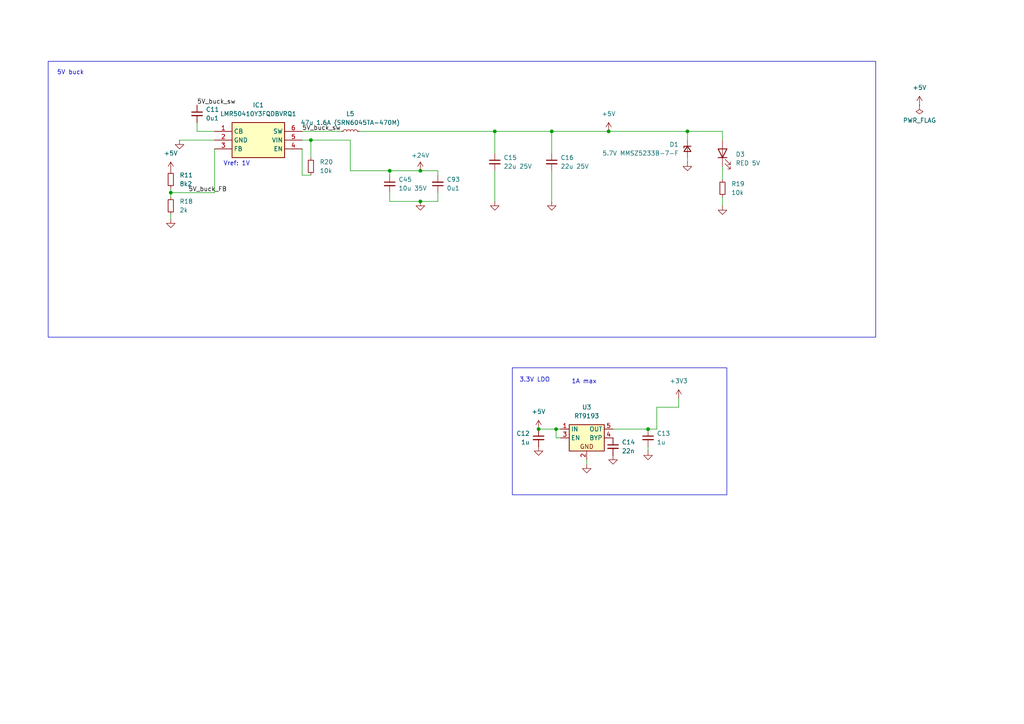
<source format=kicad_sch>
(kicad_sch (version 20231120) (generator "eeschema") (generator_version "8.0")
  (paper "A4")
  (title_block (title "IMU DIY") (date "2025-05-09") (rev "1.2") (company "NTURacing") (comment 1 "郭哲明 Jack Kuo") (comment 2 "Electrical group"))
  (lib_symbols
    (symbol "Device:C_Small" (pin_numbers hide) (pin_names (offset 0.254) hide)
      (property "Reference" "C" (at 0.254 1.778 0))
      (property "Value" "C_Small" (at 0.254 -2.032 0))
      (symbol "C_Small_0_1"
        (polyline (pts (xy -1.524 -0.508) (xy 1.524 -0.508)) (stroke (width 0.3302)))
        (polyline (pts (xy -1.524 0.508) (xy 1.524 0.508)) (stroke (width 0.3048)))
      )
      (symbol "C_Small_1_1"
        (pin passive line (at 0 2.54 270) (length 2.032) (name "~") (number "1"))
        (pin passive line (at 0 -2.54 90) (length 2.032) (name "~") (number "2"))
      )
    )
    (symbol "Device:D_Zener_Small" (pin_numbers hide) (pin_names (offset 0.254) hide)
      (property "Reference" "D" (at 0 2.286 0))
      (property "Value" "D_Zener_Small" (at 0 -2.286 0))
      (symbol "D_Zener_Small_0_1"
        (polyline (pts (xy 0.762 0) (xy -0.762 0)))
        (polyline (pts (xy -0.254 1.016) (xy -0.762 1.016) (xy -0.762 -1.016)) (stroke (width 0.254)))
        (polyline (pts (xy 0.762 1.016) (xy -0.762 0) (xy 0.762 -1.016) (xy 0.762 1.016)) (stroke (width 0.254)))
      )
      (symbol "D_Zener_Small_1_1"
        (pin passive line (at -2.54 0 0) (length 1.778) (name "K") (number "1"))
        (pin passive line (at 2.54 0 180) (length 1.778) (name "A") (number "2"))
      )
    )
    (symbol "Device:LED" (pin_numbers hide) (pin_names (offset 1.016) hide)
      (property "Reference" "D" (at 0 2.54 0))
      (property "Value" "LED" (at 0 -2.54 0))
      (symbol "LED_0_1"
        (polyline (pts (xy -1.27 -1.27) (xy -1.27 1.27)) (stroke (width 0.254)))
        (polyline (pts (xy -1.27 0) (xy 1.27 0)))
        (polyline (pts (xy 1.27 -1.27) (xy 1.27 1.27) (xy -1.27 0) (xy 1.27 -1.27)) (stroke (width 0.254)))
        (polyline (pts (xy -3.048 -0.762) (xy -4.572 -2.286) (xy -3.81 -2.286) (xy -4.572 -2.286) (xy -4.572 -1.524)))
        (polyline (pts (xy -1.778 -0.762) (xy -3.302 -2.286) (xy -2.54 -2.286) (xy -3.302 -2.286) (xy -3.302 -1.524)))
      )
      (symbol "LED_1_1"
        (pin passive line (at -3.81 0 0) (length 2.54) (name "K") (number "1"))
        (pin passive line (at 3.81 0 180) (length 2.54) (name "A") (number "2"))
      )
    )
    (symbol "Device:L_Small" (pin_numbers hide) (pin_names (offset 0.254) hide)
      (property "Reference" "L" (at 0.762 1.016 0))
      (property "Value" "L_Small" (at 0.762 -1.016 0))
      (symbol "L_Small_0_1"
        (arc (start 0 -2.032) (mid 0.5058 -1.524) (end 0 -1.016))
        (arc (start 0 -1.016) (mid 0.5058 -0.508) (end 0 0))
        (arc (start 0 0) (mid 0.5058 0.508) (end 0 1.016))
        (arc (start 0 1.016) (mid 0.5058 1.524) (end 0 2.032))
      )
      (symbol "L_Small_1_1"
        (pin passive line (at 0 2.54 270) (length 0.508) (name "~") (number "1"))
        (pin passive line (at 0 -2.54 90) (length 0.508) (name "~") (number "2"))
      )
    )
    (symbol "Device:R_Small" (pin_numbers hide) (pin_names (offset 0.254) hide)
      (property "Reference" "R" (at 0.762 0.508 0))
      (property "Value" "R_Small" (at 0.762 -1.016 0))
      (symbol "R_Small_0_1"
        (rectangle (start -0.762 1.778) (end 0.762 -1.778) (stroke (width 0.2032)))
      )
      (symbol "R_Small_1_1"
        (pin passive line (at 0 2.54 270) (length 0.762) (name "~") (number "1"))
        (pin passive line (at 0 -2.54 90) (length 0.762) (name "~") (number "2"))
      )
    )
    (symbol "PCM_Voltage_Regulator_AKL:AP2210K-3.3TRG1"
      (property "Reference" "U" (at 0 8.89 0))
      (property "Value" "AP2210K-3.3TRG1" (at 0 6.35 0))
      (symbol "AP2210K-3.3TRG1_0_0"
        (rectangle (start -5.08 3.81) (end 5.08 -3.81) (stroke (width 0.254)) (fill (type background)))
        (text "GND" (at 0 -2.54 0) (effects (font (size 1.27 1.27))))
      )
      (symbol "AP2210K-3.3TRG1_1_1"
        (pin power_in line (at -7.62 2.54 0) (length 2.54) (name "IN") (number "1"))
        (pin power_in line (at 0 -6.35 90) (length 2.54) (name "~") (number "2"))
        (pin input line (at -7.62 0 0) (length 2.54) (name "EN") (number "3"))
        (pin passive line (at 7.62 0 180) (length 2.54) (name "BYP") (number "4"))
        (pin power_out line (at 7.62 2.54 180) (length 2.54) (name "OUT") (number "5"))
      )
    )
    (symbol "SamacSys_Parts:LMR50410Y3FQDBVRQ1"
      (property "Reference" "IC" (at 21.59 7.62 0))
      (property "Value" "LMR50410Y3FQDBVRQ1" (at 21.59 5.08 0))
      (symbol "LMR50410Y3FQDBVRQ1_1_1"
        (rectangle (start 5.08 2.54) (end 20.32 -7.62) (stroke (width 0.254)) (fill (type background)))
        (pin passive line (at 0 0 0) (length 5.08) (name "CB") (number "1"))
        (pin passive line (at 0 -2.54 0) (length 5.08) (name "GND") (number "2"))
        (pin passive line (at 0 -5.08 0) (length 5.08) (name "FB") (number "3"))
        (pin passive line (at 25.4 -5.08 180) (length 5.08) (name "EN") (number "4"))
        (pin passive line (at 25.4 -2.54 180) (length 5.08) (name "VIN") (number "5"))
        (pin passive line (at 25.4 0 180) (length 5.08) (name "SW") (number "6"))
      )
    )
    (symbol "power:+24V" (power) (pin_numbers hide) (pin_names (offset 0) hide)
      (property "Value" "+24V" (at 0 3.556 0))
      (symbol "+24V_0_1"
        (polyline (pts (xy -0.762 1.27) (xy 0 2.54)))
        (polyline (pts (xy 0 0) (xy 0 2.54)))
        (polyline (pts (xy 0 2.54) (xy 0.762 1.27)))
      )
      (symbol "+24V_1_1"
        (pin power_in line (at 0 0 90) (length 0) (name "~") (number "1"))
      )
    )
    (symbol "power:+3V3" (power) (pin_numbers hide) (pin_names (offset 0) hide)
      (property "Value" "+3V3" (at 0 3.556 0))
      (symbol "+3V3_0_1"
        (polyline (pts (xy -0.762 1.27) (xy 0 2.54)))
        (polyline (pts (xy 0 0) (xy 0 2.54)))
        (polyline (pts (xy 0 2.54) (xy 0.762 1.27)))
      )
      (symbol "+3V3_1_1"
        (pin power_in line (at 0 0 90) (length 0) (name "~") (number "1"))
      )
    )
    (symbol "power:+5V" (power) (pin_numbers hide) (pin_names (offset 0) hide)
      (property "Value" "+5V" (at 0 3.556 0))
      (symbol "+5V_0_1"
        (polyline (pts (xy -0.762 1.27) (xy 0 2.54)))
        (polyline (pts (xy 0 0) (xy 0 2.54)))
        (polyline (pts (xy 0 2.54) (xy 0.762 1.27)))
      )
      (symbol "+5V_1_1"
        (pin power_in line (at 0 0 90) (length 0) (name "~") (number "1"))
      )
    )
    (symbol "power:GND" (power) (pin_numbers hide) (pin_names (offset 0) hide)
      (property "Value" "GND" (at 0 -3.81 0))
      (symbol "GND_0_1"
        (polyline (pts (xy 0 0) (xy 0 -1.27) (xy 1.27 -1.27) (xy 0 -2.54) (xy -1.27 -1.27) (xy 0 -1.27)))
      )
      (symbol "GND_1_1"
        (pin power_in line (at 0 0 270) (length 0) (name "~") (number "1"))
      )
    )
    (symbol "power:PWR_FLAG" (power) (pin_numbers hide) (pin_names (offset 0) hide)
      (property "Value" "PWR_FLAG" (at 0 3.81 0))
      (symbol "PWR_FLAG_0_0"
        (pin power_out line (at 0 0 90) (length 0) (name "~") (number "1"))
      )
      (symbol "PWR_FLAG_0_1"
        (polyline (pts (xy 0 0) (xy 0 1.27) (xy -1.016 1.905) (xy 0 2.54) (xy 1.016 1.905) (xy 0 1.27)))
      )
    )
  )
  (junction (at 49.53 55.88))
  (junction (at 160.02 38.1))
  (junction (at 161.29 124.46))
  (junction (at 90.17 40.64))
  (junction (at 156.21 124.46))
  (junction (at 199.39 38.1))
  (junction (at 121.92 58.42))
  (junction (at 187.96 124.46))
  (junction (at 176.53 38.1))
  (junction (at 143.51 38.1))
  (junction (at 113.03 49.53))
  (junction (at 121.92 49.53))
  (wire (pts (xy 113.03 58.42) (xy 113.03 55.88)))
  (wire (pts (xy 170.18 134.62) (xy 170.18 133.35)))
  (wire (pts (xy 87.63 50.8) (xy 90.17 50.8)))
  (wire (pts (xy 199.39 46.99) (xy 199.39 45.72)))
  (wire (pts (xy 62.23 43.18) (xy 62.23 55.88)))
  (wire (pts (xy 87.63 43.18) (xy 87.63 50.8)))
  (wire (pts (xy 49.53 63.5) (xy 49.53 62.23)))
  (wire (pts (xy 190.5 124.46) (xy 187.96 124.46)))
  (wire (pts (xy 162.56 127) (xy 161.29 127)))
  (wire (pts (xy 113.03 58.42) (xy 121.92 58.42)))
  (wire (pts (xy 52.07 40.64) (xy 62.23 40.64)))
  (wire (pts (xy 160.02 38.1) (xy 176.53 38.1)))
  (wire (pts (xy 209.55 59.69) (xy 209.55 57.15)))
  (wire (pts (xy 196.85 115.57) (xy 196.85 118.11)))
  (wire (pts (xy 121.92 58.42) (xy 127 58.42)))
  (wire (pts (xy 161.29 124.46) (xy 162.56 124.46)))
  (wire (pts (xy 161.29 127) (xy 161.29 124.46)))
  (wire (pts (xy 177.8 124.46) (xy 187.96 124.46)))
  (wire (pts (xy 90.17 40.64) (xy 87.63 40.64)))
  (wire (pts (xy 113.03 49.53) (xy 113.03 50.8)))
  (wire (pts (xy 209.55 52.07) (xy 209.55 48.26)))
  (wire (pts (xy 49.53 55.88) (xy 62.23 55.88)))
  (wire (pts (xy 199.39 38.1) (xy 209.55 38.1)))
  (wire (pts (xy 62.23 38.1) (xy 57.15 38.1)))
  (wire (pts (xy 101.6 40.64) (xy 101.6 49.53)))
  (wire (pts (xy 49.53 57.15) (xy 49.53 55.88)))
  (wire (pts (xy 101.6 40.64) (xy 90.17 40.64)))
  (wire (pts (xy 156.21 124.46) (xy 161.29 124.46)))
  (wire (pts (xy 90.17 40.64) (xy 90.17 45.72)))
  (wire (pts (xy 99.06 38.1) (xy 87.63 38.1)))
  (wire (pts (xy 196.85 118.11) (xy 190.5 118.11)))
  (wire (pts (xy 57.15 38.1) (xy 57.15 35.56)))
  (wire (pts (xy 143.51 38.1) (xy 160.02 38.1)))
  (wire (pts (xy 113.03 49.53) (xy 121.92 49.53)))
  (wire (pts (xy 104.14 38.1) (xy 143.51 38.1)))
  (wire (pts (xy 160.02 49.53) (xy 160.02 58.42)))
  (wire (pts (xy 160.02 44.45) (xy 160.02 38.1)))
  (wire (pts (xy 49.53 54.61) (xy 49.53 55.88)))
  (wire (pts (xy 190.5 118.11) (xy 190.5 124.46)))
  (wire (pts (xy 143.51 49.53) (xy 143.51 58.42)))
  (wire (pts (xy 127 50.8) (xy 127 49.53)))
  (wire (pts (xy 209.55 38.1) (xy 209.55 40.64)))
  (wire (pts (xy 187.96 130.81) (xy 187.96 129.54)))
  (wire (pts (xy 121.92 49.53) (xy 127 49.53)))
  (wire (pts (xy 143.51 38.1) (xy 143.51 44.45)))
  (wire (pts (xy 199.39 38.1) (xy 199.39 40.64)))
  (wire (pts (xy 127 55.88) (xy 127 58.42)))
  (wire (pts (xy 176.53 38.1) (xy 199.39 38.1)))
  (wire (pts (xy 113.03 49.53) (xy 101.6 49.53)))
  (rectangle (start 13.97 17.78) (end 254 97.79))
  (rectangle (start 148.59 106.68) (end 210.82 143.51))
  (text "3.3V LDO" (at 150.622 110.998 0) (effects (font (size 1.27 1.27)) (justify left bottom)))
  (text "Vref: 1V" (at 64.77 48.26 0) (effects (font (size 1.27 1.27)) (justify left bottom)))
  (text "5V buck" (at 16.51 21.844 0) (effects (font (size 1.27 1.27)) (justify left bottom)))
  (text "1A max" (at 169.418 110.744 0) (effects (font (size 1.27 1.27))))
  (label "5V_buck_sw" (at 57.15 30.48 0))
  (label "5V_buck_FB" (at 54.61 55.88 0))
  (label "5V_buck_sw" (at 87.63 38.1 0))
  (symbol (lib_id "power:GND") (at 52.07 40.64 0) (unit 1)
    (property "Reference" "#PWR012" (effects (hide yes)))
    (property "Value" "GND" (effects (hide yes)))
    (property "Description" "Power symbol creates a global label with name \"GND\" , ground" (effects (hide yes)))
  )
  (symbol (lib_id "power:GND") (at 209.55 59.69 0) (unit 1)
    (property "Reference" "#PWR028" (effects (hide yes)))
    (property "Value" "GND" (effects (hide yes)))
    (property "Description" "Power symbol creates a global label with name \"GND\" , ground" (effects (hide yes)))
  )
  (symbol (lib_id "Device:C_Small") (at 187.96 127 0) (unit 1)
    (property "Reference" "C13" (at 190.5 125.73 0) (effects (justify left)))
    (property "Value" "1u" (at 190.5 128.27 0) (effects (justify left)))
    (property "Footprint" "Capacitor_SMD:C_0603_1608Metric" (effects (hide yes)))
    (property "Description" "Unpolarized capacitor, small symbol" (effects (hide yes)))
  )
  (symbol (lib_id "power:GND") (at 121.92 58.42 0) (unit 1)
    (property "Reference" "#PWR071" (effects (hide yes)))
    (property "Value" "GND" (effects (hide yes)))
    (property "Description" "Power symbol creates a global label with name \"GND\" , ground" (effects (hide yes)))
  )
  (symbol (lib_id "Device:C_Small") (at 160.02 46.99 0) (unit 1)
    (property "Reference" "C16" (at 162.56 45.7262 0) (effects (justify left)))
    (property "Value" "22u 25V" (at 162.56 48.2662 0) (effects (justify left)))
    (property "Footprint" "Capacitor_SMD:C_1206_3216Metric" (effects (hide yes)))
    (property "Description" "Unpolarized capacitor, small symbol" (effects (hide yes)))
  )
  (symbol (lib_id "PCM_Voltage_Regulator_AKL:AP2210K-3.3TRG1") (at 170.18 127 0) (unit 1)
    (property "Reference" "U3" (at 170.18 118.11 0))
    (property "Value" "RT9193" (at 170.18 120.65 0))
    (property "Footprint" "PCM_Package_TO_SOT_SMD_AKL:SOT-23-5" (effects (hide yes)))
    (property "Datasheet" "https://www.diodes.com/assets/Datasheets/AP2210.pdf" (effects (hide yes)))
    (property "Description" "SOT-23-5 3.3V 300mA low dropout voltage regulator with enable and reference bypass, Alternate KiCad Library" (effects (hide yes)))
  )
  (symbol (lib_id "Device:R_Small") (at 49.53 52.07 0) (unit 1)
    (property "Reference" "R11" (at 52.07 50.8 0) (effects (justify left)))
    (property "Value" "8k2" (at 52.07 53.34 0) (effects (justify left)))
    (property "Footprint" "Resistor_SMD:R_0402_1005Metric" (effects (hide yes)))
    (property "Description" "Resistor, small symbol" (effects (hide yes)))
  )
  (symbol (lib_id "power:GND") (at 49.53 63.5 0) (mirror y) (unit 1)
    (property "Reference" "#PWR073" (effects (hide yes)))
    (property "Value" "GND" (effects (hide yes)))
    (property "Description" "Power symbol creates a global label with name \"GND\" , ground" (effects (hide yes)))
  )
  (symbol (lib_id "power:+5V") (at 266.7 30.48 0) (unit 1)
    (property "Reference" "#PWR067" (effects (hide yes)))
    (property "Value" "+5V" (at 266.7 25.4 0))
    (property "Description" "Power symbol creates a global label with name \"+5V\"" (effects (hide yes)))
  )
  (symbol (lib_id "power:GND") (at 156.21 129.54 0) (mirror y) (unit 1)
    (property "Reference" "#PWR026" (effects (hide yes)))
    (property "Value" "GND" (effects (hide yes)))
    (property "Description" "Power symbol creates a global label with name \"GND\" , ground" (effects (hide yes)))
  )
  (symbol (lib_id "Device:C_Small") (at 57.15 33.02 0) (unit 1)
    (property "Reference" "C11" (at 59.69 31.7563 0) (effects (justify left)))
    (property "Value" "0u1" (at 59.69 34.2963 0) (effects (justify left)))
    (property "Footprint" "Capacitor_SMD:C_0402_1005Metric" (effects (hide yes)))
    (property "Description" "Unpolarized capacitor, small symbol" (effects (hide yes)))
  )
  (symbol (lib_id "Device:LED") (at 209.55 44.45 90) (unit 1)
    (property "Reference" "D3" (at 213.36 44.7674 90) (effects (justify right)))
    (property "Value" "RED 5V" (at 213.36 47.3074 90) (effects (justify right)))
    (property "Footprint" "LED_SMD:LED_0603_1608Metric" (effects (hide yes)))
    (property "Description" "Light emitting diode" (effects (hide yes)))
  )
  (symbol (lib_id "power:GND") (at 177.8 132.08 0) (unit 1)
    (property "Reference" "#PWR031" (effects (hide yes)))
    (property "Value" "GND" (effects (hide yes)))
    (property "Description" "Power symbol creates a global label with name \"GND\" , ground" (effects (hide yes)))
  )
  (symbol (lib_id "power:+3V3") (at 196.85 115.57 0) (unit 1)
    (property "Reference" "#PWR090" (effects (hide yes)))
    (property "Value" "+3V3" (at 196.85 110.49 0))
    (property "Description" "Power symbol creates a global label with name \"+3V3\"" (effects (hide yes)))
  )
  (symbol (lib_id "power:+5V") (at 176.53 38.1 0) (unit 1)
    (property "Reference" "#PWR017" (effects (hide yes)))
    (property "Value" "+5V" (at 176.53 33.02 0))
    (property "Description" "Power symbol creates a global label with name \"+5V\"" (effects (hide yes)))
  )
  (symbol (lib_id "power:GND") (at 160.02 58.42 0) (unit 1)
    (property "Reference" "#PWR024" (effects (hide yes)))
    (property "Value" "GND" (effects (hide yes)))
    (property "Description" "Power symbol creates a global label with name \"GND\" , ground" (effects (hide yes)))
  )
  (symbol (lib_id "power:+5V") (at 156.21 124.46 0) (unit 1)
    (property "Reference" "#PWR029" (effects (hide yes)))
    (property "Value" "+5V" (at 156.21 119.38 0))
    (property "Description" "Power symbol creates a global label with name \"+5V\"" (effects (hide yes)))
  )
  (symbol (lib_id "SamacSys_Parts:LMR50410Y3FQDBVRQ1") (at 62.23 38.1 0) (unit 1)
    (property "Reference" "IC1" (at 74.93 30.48 0))
    (property "Value" "LMR50410Y3FQDBVRQ1" (at 74.93 33.02 0))
    (property "Footprint" "SamacSys_Parts:SOT95P280X145-6N" (effects (hide yes)))
    (property "Datasheet" "https://www.ti.com/lit/ds/symlink/lmr50410-q1.pdf?ts=1611309677669" (effects (hide yes)))
    (property "Description" "LMR50410Y3FQDBVRQ1" (effects (hide yes)))
    (property "Height" "1.45" (effects (hide yes)))
    (property "Mouser Part Number" "595-R50410Y3FQDBVRQ1" (effects (hide yes)))
    (property "Mouser Price/Stock" "https://www.mouser.co.uk/ProductDetail/Texas-Instruments/LMR50410Y3FQDBVRQ1?qs=81r%252BiQLm7BTaIXwCgdOuiA%3D%3D" (effects (hide yes)))
    (property "Manufacturer_Name" "Texas Instruments" (effects (hide yes)))
    (property "Manufacturer_Part_Number" "LMR50410Y3FQDBVRQ1" (effects (hide yes)))
  )
  (symbol (lib_id "power:+5V") (at 49.53 49.53 0) (unit 1)
    (property "Reference" "#PWR020" (effects (hide yes)))
    (property "Value" "+5V" (at 49.53 44.45 0))
    (property "Description" "Power symbol creates a global label with name \"+5V\"" (effects (hide yes)))
  )
  (symbol (lib_id "Device:R_Small") (at 49.53 59.69 0) (unit 1)
    (property "Reference" "R18" (at 52.07 58.42 0) (effects (justify left)))
    (property "Value" "2k" (at 52.07 60.96 0) (effects (justify left)))
    (property "Footprint" "Resistor_SMD:R_0402_1005Metric" (effects (hide yes)))
    (property "Description" "Resistor, small symbol" (effects (hide yes)))
  )
  (symbol (lib_id "power:+24V") (at 121.92 49.53 0) (unit 1)
    (property "Reference" "#PWR066" (effects (hide yes)))
    (property "Value" "+24V" (at 121.92 45.085 0))
    (property "Description" "Power symbol creates a global label with name \"+24V\"" (effects (hide yes)))
  )
  (symbol (lib_id "Device:L_Small") (at 101.6 38.1 90) (unit 1)
    (property "Reference" "L5" (at 101.6 33.02 90))
    (property "Value" "47u 1.6A (SRN6045TA-470M)" (at 101.6 35.56 90))
    (property "Footprint" "Inductor_SMD:L_Bourns_SRN6045TA" (effects (hide yes)))
    (property "Description" "Inductor, small symbol" (effects (hide yes)))
  )
  (symbol (lib_id "Device:C_Small") (at 156.21 127 0) (mirror y) (unit 1)
    (property "Reference" "C12" (at 153.67 125.73 0) (effects (justify left)))
    (property "Value" "1u" (at 153.67 128.27 0) (effects (justify left)))
    (property "Footprint" "Capacitor_SMD:C_0603_1608Metric" (effects (hide yes)))
    (property "Description" "Unpolarized capacitor, small symbol" (effects (hide yes)))
  )
  (symbol (lib_id "power:GND") (at 199.39 46.99 0) (mirror y) (unit 1)
    (property "Reference" "#PWR019" (effects (hide yes)))
    (property "Value" "GND" (effects (hide yes)))
    (property "Description" "Power symbol creates a global label with name \"GND\" , ground" (effects (hide yes)))
  )
  (symbol (lib_id "Device:C_Small") (at 177.8 129.54 0) (unit 1)
    (property "Reference" "C14" (at 180.34 128.27 0) (effects (justify left)))
    (property "Value" "22n" (at 180.34 130.81 0) (effects (justify left)))
    (property "Footprint" "Capacitor_SMD:C_0603_1608Metric" (effects (hide yes)))
    (property "Description" "Unpolarized capacitor, small symbol" (effects (hide yes)))
  )
  (symbol (lib_id "power:PWR_FLAG") (at 266.7 30.48 0) (mirror x) (unit 1)
    (property "Reference" "#FLG07" (effects (hide yes)))
    (property "Value" "PWR_FLAG" (at 266.7 34.925 0))
    (property "Description" "Special symbol for telling ERC where power comes from" (effects (hide yes)))
  )
  (symbol (lib_id "power:GND") (at 187.96 130.81 0) (unit 1)
    (property "Reference" "#PWR027" (effects (hide yes)))
    (property "Value" "GND" (effects (hide yes)))
    (property "Description" "Power symbol creates a global label with name \"GND\" , ground" (effects (hide yes)))
  )
  (symbol (lib_id "Device:D_Zener_Small") (at 199.39 43.18 90) (mirror x) (unit 1)
    (property "Reference" "D1" (at 196.85 41.9099 90) (effects (justify left)))
    (property "Value" "5.7V MMSZ5233B-7-F" (at 196.85 44.4499 90) (effects (justify left)))
    (property "Footprint" "Diode_SMD:D_SOD-123" (effects (hide yes)))
    (property "Description" "Zener diode, small symbol" (effects (hide yes)))
  )
  (symbol (lib_id "Device:C_Small") (at 127 53.34 180) (unit 1)
    (property "Reference" "C93" (at 129.54 52.0635 0) (effects (justify right)))
    (property "Value" "0u1" (at 129.54 54.6035 0) (effects (justify right)))
    (property "Footprint" "Capacitor_SMD:C_0603_1608Metric" (effects (hide yes)))
    (property "Description" "Unpolarized capacitor, small symbol" (effects (hide yes)))
  )
  (symbol (lib_id "power:GND") (at 143.51 58.42 0) (unit 1)
    (property "Reference" "#PWR023" (effects (hide yes)))
    (property "Value" "GND" (effects (hide yes)))
    (property "Description" "Power symbol creates a global label with name \"GND\" , ground" (effects (hide yes)))
  )
  (symbol (lib_id "power:GND") (at 170.18 134.62 0) (unit 1)
    (property "Reference" "#PWR032" (effects (hide yes)))
    (property "Value" "GND" (effects (hide yes)))
    (property "Description" "Power symbol creates a global label with name \"GND\" , ground" (effects (hide yes)))
  )
  (symbol (lib_id "Device:R_Small") (at 209.55 54.61 0) (unit 1)
    (property "Reference" "R19" (at 212.09 53.34 0) (effects (justify left)))
    (property "Value" "10k" (at 212.09 55.88 0) (effects (justify left)))
    (property "Footprint" "Resistor_SMD:R_0402_1005Metric" (effects (hide yes)))
    (property "Description" "Resistor, small symbol" (effects (hide yes)))
  )
  (symbol (lib_id "Device:C_Small") (at 143.51 46.99 0) (unit 1)
    (property "Reference" "C15" (at 146.05 45.7262 0) (effects (justify left)))
    (property "Value" "22u 25V" (at 146.05 48.2662 0) (effects (justify left)))
    (property "Footprint" "Capacitor_SMD:C_1206_3216Metric" (effects (hide yes)))
    (property "Description" "Unpolarized capacitor, small symbol" (effects (hide yes)))
  )
  (symbol (lib_id "Device:R_Small") (at 90.17 48.26 0) (unit 1)
    (property "Reference" "R20" (at 92.71 46.99 0) (effects (justify left)))
    (property "Value" "10k" (at 92.71 49.53 0) (effects (justify left)))
    (property "Footprint" "Resistor_SMD:R_0402_1005Metric" (effects (hide yes)))
    (property "Description" "Resistor, small symbol" (effects (hide yes)))
  )
  (symbol (lib_id "Device:C_Small") (at 113.03 53.34 0) (unit 1)
    (property "Reference" "C45" (at 115.57 52.0762 0) (effects (justify left)))
    (property "Value" "10u 35V" (at 115.57 54.6162 0) (effects (justify left)))
    (property "Footprint" "Capacitor_SMD:C_1206_3216Metric" (effects (hide yes)))
    (property "Description" "Unpolarized capacitor, small symbol" (effects (hide yes)))
  )
)
</source>
